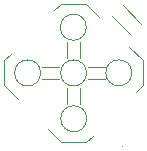
<source format=gbr>
%TF.GenerationSoftware,KiCad,Pcbnew,7.0.6*%
%TF.CreationDate,2024-02-16T19:59:29+01:00*%
%TF.ProjectId,minitari,6d696e69-7461-4726-992e-6b696361645f,rev?*%
%TF.SameCoordinates,Original*%
%TF.FileFunction,Legend,Top*%
%TF.FilePolarity,Positive*%
%FSLAX46Y46*%
G04 Gerber Fmt 4.6, Leading zero omitted, Abs format (unit mm)*
G04 Created by KiCad (PCBNEW 7.0.6) date 2024-02-16 19:59:29*
%MOMM*%
%LPD*%
G01*
G04 APERTURE LIST*
%ADD10C,0.120000*%
%ADD11C,0.100000*%
G04 APERTURE END LIST*
D10*
%TO.C,SW3*%
X124218198Y-68137437D02*
X122662563Y-66581802D01*
X123546447Y-65627208D02*
X125137437Y-67218198D01*
D11*
%TO.C,D1*%
X123540000Y-77600000D02*
G75*
G03*
X123540000Y-77600000I-50000J0D01*
G01*
D10*
%TO.C,SW1*%
X125268986Y-70339340D02*
X125268986Y-72460660D01*
X124137615Y-69207969D02*
X125268986Y-70339340D01*
X121592031Y-66662385D02*
X120460660Y-65531014D01*
X120460660Y-65531014D02*
X118339340Y-65531014D01*
X125268986Y-72460660D02*
X124703301Y-73026346D01*
X118339340Y-65531014D02*
X117773654Y-66096699D01*
X120637437Y-70869670D02*
X122051650Y-70869670D01*
X119930330Y-70162563D02*
X119930330Y-68748350D01*
X120637437Y-71930330D02*
X122051650Y-71930330D01*
X118869670Y-70162563D02*
X118869670Y-68748350D01*
X119930330Y-72637437D02*
X119930330Y-74051650D01*
X118162563Y-70869670D02*
X116748350Y-70869670D01*
X118869670Y-72637437D02*
X118869670Y-74051650D01*
X118162563Y-71930330D02*
X116748350Y-71930330D01*
X120460660Y-77268986D02*
X121026346Y-76703301D01*
X113531014Y-70339340D02*
X114096699Y-69773654D01*
X118339340Y-77268986D02*
X120460660Y-77268986D01*
X117207969Y-76137615D02*
X118339340Y-77268986D01*
X114662385Y-73592031D02*
X113531014Y-72460660D01*
X113531014Y-72460660D02*
X113531014Y-70339340D01*
X124336054Y-71382322D02*
G75*
G03*
X124336054Y-71382322I-1100000J0D01*
G01*
X120482322Y-67528590D02*
G75*
G03*
X120482322Y-67528590I-1100000J0D01*
G01*
X120499999Y-71400000D02*
G75*
G03*
X120499999Y-71400000I-1099999J0D01*
G01*
X120517678Y-75271410D02*
G75*
G03*
X120517678Y-75271410I-1100000J0D01*
G01*
X116610913Y-71400000D02*
G75*
G03*
X116610913Y-71400000I-1100000J0D01*
G01*
%TD*%
M02*

</source>
